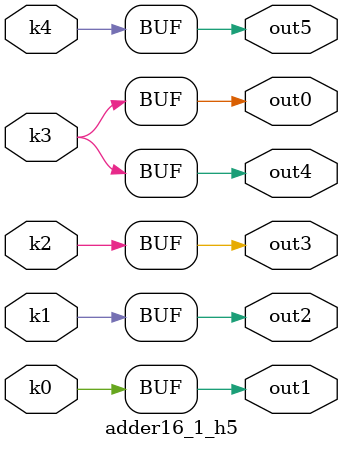
<source format=v>
module adder16_1(pi00, pi01, pi02, pi03, pi04, pi05, pi06, pi07, pi08, pi09, pi10, po0, po1, po2, po3, po4, po5);
input pi00, pi01, pi02, pi03, pi04, pi05, pi06, pi07, pi08, pi09, pi10;
output po0, po1, po2, po3, po4, po5;
wire k0, k1, k2, k3, k4;
adder16_1_w5 DUT1 (pi00, pi01, pi02, pi03, pi04, pi05, pi06, pi07, pi08, pi09, pi10, k0, k1, k2, k3, k4);
adder16_1_h5 DUT2 (k0, k1, k2, k3, k4, po0, po1, po2, po3, po4, po5);
endmodule

module adder16_1_w5(in10, in9, in8, in7, in6, in5, in4, in3, in2, in1, in0, k4, k3, k2, k1, k0);
input in10, in9, in8, in7, in6, in5, in4, in3, in2, in1, in0;
output k4, k3, k2, k1, k0;
assign k0 =   ((in6 ^ in1) & ((((in10 & (in5 | ~in0)) | (in5 & ~in0)) & (in7 | in2) & (in8 | in3) & (in9 | in4)) | ((in7 | in2) & ((in9 & in4 & (in8 | in3)) | (in8 & in3))) | (in7 & in2))) | (((~in5 & in0) | (~in10 & (~in5 | in0))) & (~in6 ^ in1) & (~in7 | ~in2) & (~in8 | ~in3) & (~in9 | ~in4)) | ((~in7 | ~in2) & (~in6 ^ in1) & ((~in8 & ~in3) | (~in9 & ~in4 & (~in8 | ~in3)))) | (~in7 & ~in2 & (~in6 ^ in1));
assign k1 =   ((in7 ^ in2) & ((((in10 & (in5 | ~in0)) | (in5 & ~in0)) & (in8 | in3) & (in9 | in4)) | (in9 & in4 & (in8 | in3)) | (in8 & in3))) | (((~in5 & in0) | (~in10 & (~in5 | in0))) & (~in7 ^ in2) & (~in8 | ~in3) & (~in9 | ~in4)) | ((~in7 ^ in2) & ((~in8 & ~in3) | (~in9 & ~in4 & (~in8 | ~in3))));
assign k2 =   ((in8 ^ in3) & ((((in10 & (in5 | ~in0)) | (in5 & ~in0)) & (in9 | in4)) | (in9 & in4))) | (((~in5 & in0) | (~in10 & (~in5 | in0))) & (~in9 | ~in4) & (~in8 ^ in3)) | (~in9 & ~in4 & (~in8 ^ in3));
assign k3 =   ((~in9 ^ in4) & ((in10 & (in5 | ~in0)) | (in5 & ~in0))) | (((~in5 & in0) | (~in10 & (~in5 | in0))) & (in9 ^ in4));
assign k4 =   in10 ? (~in5 ^ in0) : (in5 ^ in0);
endmodule

module adder16_1_h5(k4, k3, k2, k1, k0, out5, out4, out3, out2, out1, out0);
input k4, k3, k2, k1, k0;
output out5, out4, out3, out2, out1, out0;
assign out0 = k3;
assign out1 = k0;
assign out2 = k1;
assign out3 = k2;
assign out4 = k3;
assign out5 = k4;
endmodule

</source>
